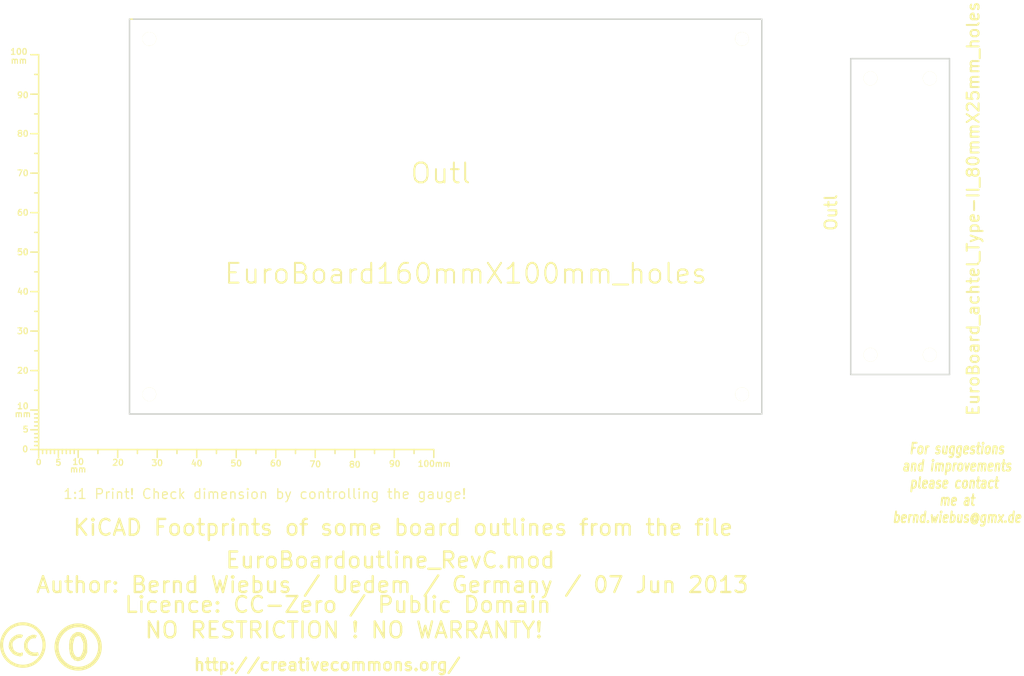
<source format=kicad_pcb>
(kicad_pcb (version 3) (host pcbnew "(2013-03-30 BZR 4007)-stable")

  (general
    (links 0)
    (no_connects 0)
    (area -16.90696 9.779577 274.02378 197.1694)
    (thickness 1.6002)
    (drawings 7)
    (tracks 0)
    (zones 0)
    (modules 5)
    (nets 1)
  )

  (page A4)
  (layers
    (15 Vorderseite signal)
    (0 Rückseite signal)
    (16 B.Adhes user)
    (17 F.Adhes user)
    (18 B.Paste user)
    (19 F.Paste user)
    (20 B.SilkS user)
    (21 F.SilkS user)
    (22 B.Mask user)
    (23 F.Mask user)
    (24 Dwgs.User user)
    (25 Cmts.User user)
    (26 Eco1.User user)
    (27 Eco2.User user)
    (28 Edge.Cuts user)
  )

  (setup
    (last_trace_width 0.2032)
    (trace_clearance 0.254)
    (zone_clearance 0.508)
    (zone_45_only no)
    (trace_min 0.2032)
    (segment_width 0.381)
    (edge_width 0.381)
    (via_size 0.889)
    (via_drill 0.635)
    (via_min_size 0.889)
    (via_min_drill 0.508)
    (uvia_size 0.508)
    (uvia_drill 0.127)
    (uvias_allowed no)
    (uvia_min_size 0.508)
    (uvia_min_drill 0.127)
    (pcb_text_width 0.3048)
    (pcb_text_size 1.524 2.032)
    (mod_edge_width 0.381)
    (mod_text_size 1.524 1.524)
    (mod_text_width 0.3048)
    (pad_size 3.50012 3.50012)
    (pad_drill 3.50012)
    (pad_to_mask_clearance 0.254)
    (aux_axis_origin 0 0)
    (visible_elements 7FFFFFFF)
    (pcbplotparams
      (layerselection 3178497)
      (usegerberextensions true)
      (excludeedgelayer true)
      (linewidth 60)
      (plotframeref false)
      (viasonmask false)
      (mode 1)
      (useauxorigin false)
      (hpglpennumber 1)
      (hpglpenspeed 20)
      (hpglpendiameter 15)
      (hpglpenoverlay 0)
      (psnegative false)
      (psa4output false)
      (plotreference true)
      (plotvalue true)
      (plotothertext true)
      (plotinvisibletext false)
      (padsonsilk false)
      (subtractmaskfromsilk false)
      (outputformat 1)
      (mirror false)
      (drillshape 1)
      (scaleselection 1)
      (outputdirectory ""))
  )

  (net 0 "")

  (net_class Default "Dies ist die voreingestellte Netzklasse."
    (clearance 0.254)
    (trace_width 0.2032)
    (via_dia 0.889)
    (via_drill 0.635)
    (uvia_dia 0.508)
    (uvia_drill 0.127)
    (add_net "")
  )

  (module EuroBoard_achtel_Type-II_80mmX25mm_holes (layer Vorderseite) (tedit 51B19DD4) (tstamp 51AE1CB6)
    (at 255.5 119 90)
    (descr "Outline, Eurocard 1/8, Type II,  80x25mm, with holes 3,5mm,")
    (tags "Outline, Eurocard 1/8, Type I, 80x25mm, with holes 3,5mm,")
    (fp_text reference Outl (at 41.00068 -29.99994 90) (layer F.SilkS)
      (effects (font (size 2.99974 2.99974) (thickness 0.50038)))
    )
    (fp_text value EuroBoard_achtel_Type-II_80mmX25mm_holes (at 41.9989 5.99948 90) (layer F.SilkS)
      (effects (font (size 3.00228 3.00228) (thickness 0.50038)))
    )
    (fp_line (start 0 0) (end 79.99984 0) (layer Edge.Cuts) (width 0.381))
    (fp_line (start 79.99984 0) (end 79.99984 -25.00122) (layer Edge.Cuts) (width 0.381))
    (fp_line (start 79.99984 -25.00122) (end 0 -25.00122) (layer Edge.Cuts) (width 0.381))
    (fp_line (start 0 -25.00122) (end 0 0) (layer Edge.Cuts) (width 0.381))
    (pad "" np_thru_hole circle (at 5.00126 -5.00126 90) (size 3.50012 3.50012) (drill 3.50012)
      (layers *.Cu *.Mask F.SilkS)
    )
    (pad "" np_thru_hole circle (at 5.00126 -19.99996 90) (size 3.50012 3.50012) (drill 3.50012)
      (layers *.Cu *.Mask F.SilkS)
    )
    (pad "" np_thru_hole circle (at 75.00112 -19.99996 90) (size 3.50012 3.50012) (drill 3.50012)
      (layers *.Cu *.Mask F.SilkS)
    )
    (pad "" np_thru_hole circle (at 75.00112 -5.00126 90) (size 3.50012 3.50012) (drill 3.50012)
      (layers *.Cu *.Mask F.SilkS)
    )
  )

  (module EuroBoard160mmX100mm_holes (layer Vorderseite) (tedit 51B19D12) (tstamp 51AE1BE3)
    (at 48 129)
    (descr "Outline, Eurocard, 100x160mm, with holes 3,5mm,")
    (tags "Outline, Eurocard, 100x160mm, with holes 3,5mm,")
    (fp_text reference Outl (at 78.74 -60.96) (layer F.SilkS)
      (effects (font (size 5.00126 5.00126) (thickness 0.50038)))
    )
    (fp_text value EuroBoard160mmX100mm_holes (at 85.09 -35.56) (layer F.SilkS)
      (effects (font (size 5.00126 5.00126) (thickness 0.50038)))
    )
    (fp_line (start 1.00076 -99.9998) (end 0 -99.9998) (layer F.SilkS) (width 0.381))
    (fp_line (start 0 -99.9998) (end 0 0) (layer Edge.Cuts) (width 0.381))
    (fp_line (start 0 0) (end 159.99968 0) (layer Edge.Cuts) (width 0.381))
    (fp_line (start 159.99968 0) (end 159.99968 -99.9998) (layer Edge.Cuts) (width 0.381))
    (fp_line (start 159.99968 -99.9998) (end 1.00076 -99.9998) (layer Edge.Cuts) (width 0.381))
    (pad "" np_thru_hole circle (at 5.00126 -95.00108) (size 3.50012 3.50012) (drill 3.50012)
      (layers *.Cu *.Mask F.SilkS)
    )
    (pad "" np_thru_hole circle (at 155.00096 -95.00108) (size 3.50012 3.50012) (drill 3.50012)
      (layers *.Cu *.Mask F.SilkS)
    )
    (pad "" np_thru_hole circle (at 155.00096 -5.00126) (size 3.50012 3.50012) (drill 3.50012)
      (layers *.Cu *.Mask F.SilkS)
    )
    (pad "" np_thru_hole circle (at 5.00126 -5.00126) (size 3.50012 3.50012) (drill 3.50012)
      (layers *.Cu *.Mask F.SilkS)
    )
  )

  (module Gauge_100mm_Type2_SilkScreenTop_RevA_Date22Jun2010 (layer Vorderseite) (tedit 4D963937) (tstamp 4D88F07A)
    (at 25 138)
    (descr "Gauge, Massstab, 100mm, SilkScreenTop, Type 2,")
    (tags "Gauge, Massstab, 100mm, SilkScreenTop, Type 2,")
    (path Gauge_100mm_Type2_SilkScreenTop_RevA_Date22Jun2010)
    (fp_text reference MSC (at 4.0005 8.99922) (layer F.SilkS) hide
      (effects (font (size 1.524 1.524) (thickness 0.3048)))
    )
    (fp_text value Gauge_100mm_Type2_SilkScreenTop_RevA_Date22Jun2010 (at 45.9994 8.99922) (layer F.SilkS) hide
      (effects (font (size 1.524 1.524) (thickness 0.3048)))
    )
    (fp_text user mm (at 9.99998 5.00126) (layer F.SilkS)
      (effects (font (size 1.524 1.524) (thickness 0.3048)))
    )
    (fp_text user mm (at -4.0005 -8.99922) (layer F.SilkS)
      (effects (font (size 1.524 1.524) (thickness 0.3048)))
    )
    (fp_text user mm (at -5.00126 -98.5012) (layer F.SilkS)
      (effects (font (size 1.524 1.524) (thickness 0.3048)))
    )
    (fp_text user 10 (at 10.00506 3.0988) (layer F.SilkS)
      (effects (font (size 1.50114 1.50114) (thickness 0.29972)))
    )
    (fp_text user 0 (at 0.00508 3.19786) (layer F.SilkS)
      (effects (font (size 1.39954 1.50114) (thickness 0.29972)))
    )
    (fp_text user 5 (at 5.0038 3.29946) (layer F.SilkS)
      (effects (font (size 1.50114 1.50114) (thickness 0.29972)))
    )
    (fp_text user 20 (at 20.1041 3.29946) (layer F.SilkS)
      (effects (font (size 1.50114 1.50114) (thickness 0.29972)))
    )
    (fp_text user 30 (at 30.00502 3.39852) (layer F.SilkS)
      (effects (font (size 1.50114 1.50114) (thickness 0.29972)))
    )
    (fp_text user 40 (at 40.005 3.50012) (layer F.SilkS)
      (effects (font (size 1.50114 1.50114) (thickness 0.29972)))
    )
    (fp_text user 50 (at 50.00498 3.50012) (layer F.SilkS)
      (effects (font (size 1.50114 1.50114) (thickness 0.29972)))
    )
    (fp_text user 60 (at 60.00496 3.50012) (layer F.SilkS)
      (effects (font (size 1.50114 1.50114) (thickness 0.29972)))
    )
    (fp_text user 70 (at 70.00494 3.70078) (layer F.SilkS)
      (effects (font (size 1.50114 1.50114) (thickness 0.29972)))
    )
    (fp_text user 80 (at 80.00492 3.79984) (layer F.SilkS)
      (effects (font (size 1.50114 1.50114) (thickness 0.29972)))
    )
    (fp_text user 90 (at 90.1065 3.60172) (layer F.SilkS)
      (effects (font (size 1.50114 1.50114) (thickness 0.29972)))
    )
    (fp_text user 100mm (at 100.10648 3.60172) (layer F.SilkS)
      (effects (font (size 1.50114 1.50114) (thickness 0.29972)))
    )
    (fp_line (start 0 -8.99922) (end -1.00076 -8.99922) (layer F.SilkS) (width 0.381))
    (fp_line (start 0 -8.001) (end -1.00076 -8.001) (layer F.SilkS) (width 0.381))
    (fp_line (start 0 -7.00024) (end -1.00076 -7.00024) (layer F.SilkS) (width 0.381))
    (fp_line (start 0 -5.99948) (end -1.00076 -5.99948) (layer F.SilkS) (width 0.381))
    (fp_line (start 0 -4.0005) (end -1.00076 -4.0005) (layer F.SilkS) (width 0.381))
    (fp_line (start 0 -2.99974) (end -1.00076 -2.99974) (layer F.SilkS) (width 0.381))
    (fp_line (start 0 -1.99898) (end -1.00076 -1.99898) (layer F.SilkS) (width 0.381))
    (fp_line (start 0 -1.00076) (end -1.00076 -1.00076) (layer F.SilkS) (width 0.381))
    (fp_line (start 0 0) (end -1.99898 0) (layer F.SilkS) (width 0.381))
    (fp_line (start 0 -5.00126) (end -1.99898 -5.00126) (layer F.SilkS) (width 0.381))
    (fp_line (start 0 -9.99998) (end -1.99898 -9.99998) (layer F.SilkS) (width 0.381))
    (fp_line (start 0 -15.00124) (end -1.00076 -15.00124) (layer F.SilkS) (width 0.381))
    (fp_line (start 0 -19.99996) (end -1.99898 -19.99996) (layer F.SilkS) (width 0.381))
    (fp_line (start 0 -25.00122) (end -1.00076 -25.00122) (layer F.SilkS) (width 0.381))
    (fp_line (start 0 -29.99994) (end -1.99898 -29.99994) (layer F.SilkS) (width 0.381))
    (fp_line (start 0 -35.0012) (end -1.00076 -35.0012) (layer F.SilkS) (width 0.381))
    (fp_line (start 0 -39.99992) (end -1.99898 -39.99992) (layer F.SilkS) (width 0.381))
    (fp_line (start 0 -45.00118) (end -1.00076 -45.00118) (layer F.SilkS) (width 0.381))
    (fp_line (start 0 -49.9999) (end -1.99898 -49.9999) (layer F.SilkS) (width 0.381))
    (fp_line (start 0 -55.00116) (end -1.00076 -55.00116) (layer F.SilkS) (width 0.381))
    (fp_line (start 0 -59.99988) (end -1.99898 -59.99988) (layer F.SilkS) (width 0.381))
    (fp_line (start 0 -65.00114) (end -1.00076 -65.00114) (layer F.SilkS) (width 0.381))
    (fp_line (start 0 -69.99986) (end -1.99898 -69.99986) (layer F.SilkS) (width 0.381))
    (fp_line (start 0 -75.00112) (end -1.00076 -75.00112) (layer F.SilkS) (width 0.381))
    (fp_line (start 0 -79.99984) (end -1.99898 -79.99984) (layer F.SilkS) (width 0.381))
    (fp_line (start 0 -85.0011) (end -1.00076 -85.0011) (layer F.SilkS) (width 0.381))
    (fp_line (start 0 -89.99982) (end -1.99898 -89.99982) (layer F.SilkS) (width 0.381))
    (fp_line (start 0 -95.00108) (end -1.00076 -95.00108) (layer F.SilkS) (width 0.381))
    (fp_line (start 0 0) (end 0 -99.9998) (layer F.SilkS) (width 0.381))
    (fp_line (start 0 -99.9998) (end -1.99898 -99.9998) (layer F.SilkS) (width 0.381))
    (fp_text user 100 (at -4.99872 -100.7491) (layer F.SilkS)
      (effects (font (size 1.50114 1.50114) (thickness 0.29972)))
    )
    (fp_text user 90 (at -4.0005 -89.7509) (layer F.SilkS)
      (effects (font (size 1.50114 1.50114) (thickness 0.29972)))
    )
    (fp_text user 80 (at -4.0005 -79.99984) (layer F.SilkS)
      (effects (font (size 1.50114 1.50114) (thickness 0.29972)))
    )
    (fp_text user 70 (at -4.0005 -69.99986) (layer F.SilkS)
      (effects (font (size 1.50114 1.50114) (thickness 0.29972)))
    )
    (fp_text user 60 (at -4.0005 -59.99988) (layer F.SilkS)
      (effects (font (size 1.50114 1.50114) (thickness 0.29972)))
    )
    (fp_text user 50 (at -4.0005 -49.9999) (layer F.SilkS)
      (effects (font (size 1.50114 1.50114) (thickness 0.34036)))
    )
    (fp_text user 40 (at -4.0005 -39.99992) (layer F.SilkS)
      (effects (font (size 1.50114 1.50114) (thickness 0.29972)))
    )
    (fp_text user 30 (at -4.0005 -29.99994) (layer F.SilkS)
      (effects (font (size 1.50114 1.50114) (thickness 0.29972)))
    )
    (fp_text user 20 (at -4.0005 -19.99996) (layer F.SilkS)
      (effects (font (size 1.50114 1.50114) (thickness 0.29972)))
    )
    (fp_line (start 95.00108 0) (end 95.00108 1.00076) (layer F.SilkS) (width 0.381))
    (fp_line (start 89.99982 0) (end 89.99982 1.99898) (layer F.SilkS) (width 0.381))
    (fp_line (start 85.0011 0) (end 85.0011 1.00076) (layer F.SilkS) (width 0.381))
    (fp_line (start 79.99984 0) (end 79.99984 1.99898) (layer F.SilkS) (width 0.381))
    (fp_line (start 75.00112 0) (end 75.00112 1.00076) (layer F.SilkS) (width 0.381))
    (fp_line (start 69.99986 0) (end 69.99986 1.99898) (layer F.SilkS) (width 0.381))
    (fp_line (start 65.00114 0) (end 65.00114 1.00076) (layer F.SilkS) (width 0.381))
    (fp_line (start 59.99988 0) (end 59.99988 1.99898) (layer F.SilkS) (width 0.381))
    (fp_line (start 55.00116 0) (end 55.00116 1.00076) (layer F.SilkS) (width 0.381))
    (fp_line (start 49.9999 0) (end 49.9999 1.99898) (layer F.SilkS) (width 0.381))
    (fp_line (start 45.00118 0) (end 45.00118 1.00076) (layer F.SilkS) (width 0.381))
    (fp_line (start 39.99992 0) (end 39.99992 1.99898) (layer F.SilkS) (width 0.381))
    (fp_line (start 35.0012 0) (end 35.0012 1.00076) (layer F.SilkS) (width 0.381))
    (fp_line (start 29.99994 0) (end 29.99994 1.99898) (layer F.SilkS) (width 0.381))
    (fp_line (start 25.00122 0) (end 25.00122 1.00076) (layer F.SilkS) (width 0.381))
    (fp_line (start 19.99996 0) (end 19.99996 1.99898) (layer F.SilkS) (width 0.381))
    (fp_line (start 15.00124 0) (end 15.00124 1.00076) (layer F.SilkS) (width 0.381))
    (fp_line (start 9.99998 0) (end 99.9998 0) (layer F.SilkS) (width 0.381))
    (fp_line (start 99.9998 0) (end 99.9998 1.99898) (layer F.SilkS) (width 0.381))
    (fp_text user 5 (at -3.302 -5.10286) (layer F.SilkS)
      (effects (font (size 1.50114 1.50114) (thickness 0.29972)))
    )
    (fp_text user 0 (at -3.4036 -0.10414) (layer F.SilkS)
      (effects (font (size 1.50114 1.50114) (thickness 0.29972)))
    )
    (fp_text user 10 (at -4.0005 -11.00074) (layer F.SilkS)
      (effects (font (size 1.50114 1.50114) (thickness 0.29972)))
    )
    (fp_line (start 8.99922 0) (end 8.99922 1.00076) (layer F.SilkS) (width 0.381))
    (fp_line (start 8.001 0) (end 8.001 1.00076) (layer F.SilkS) (width 0.381))
    (fp_line (start 7.00024 0) (end 7.00024 1.00076) (layer F.SilkS) (width 0.381))
    (fp_line (start 5.99948 0) (end 5.99948 1.00076) (layer F.SilkS) (width 0.381))
    (fp_line (start 4.0005 0) (end 4.0005 1.00076) (layer F.SilkS) (width 0.381))
    (fp_line (start 2.99974 0) (end 2.99974 1.00076) (layer F.SilkS) (width 0.381))
    (fp_line (start 1.99898 0) (end 1.99898 1.00076) (layer F.SilkS) (width 0.381))
    (fp_line (start 1.00076 0) (end 1.00076 1.00076) (layer F.SilkS) (width 0.381))
    (fp_line (start 5.00126 0) (end 5.00126 1.99898) (layer F.SilkS) (width 0.381))
    (fp_line (start 0 0) (end 0 1.99898) (layer F.SilkS) (width 0.381))
    (fp_line (start 0 0) (end 9.99998 0) (layer F.SilkS) (width 0.381))
    (fp_line (start 9.99998 0) (end 9.99998 1.99898) (layer F.SilkS) (width 0.381))
  )

  (module Symbol_CC-PublicDomain_SilkScreenTop_Big (layer Vorderseite) (tedit 515D641F) (tstamp 515F0B64)
    (at 35 188)
    (descr "Symbol, CC-PublicDomain, SilkScreen Top, Big,")
    (tags "Symbol, CC-PublicDomain, SilkScreen Top, Big,")
    (path Symbol_CC-Noncommercial_CopperTop_Big)
    (fp_text reference Sym (at 0.59944 -7.29996) (layer F.SilkS) hide
      (effects (font (size 1.524 1.524) (thickness 0.3048)))
    )
    (fp_text value Symbol_CC-PublicDomain_SilkScreenTop_Big (at 0.59944 8.001) (layer F.SilkS) hide
      (effects (font (size 1.524 1.524) (thickness 0.3048)))
    )
    (fp_circle (center 0 0) (end 5.8 -0.05) (layer F.SilkS) (width 0.381))
    (fp_circle (center 0 0) (end 5.5 0) (layer F.SilkS) (width 0.381))
    (fp_circle (center 0.05 0) (end 5.25 0) (layer F.SilkS) (width 0.381))
    (fp_line (start 1.1 -2.5) (end 1.4 -1.9) (layer F.SilkS) (width 0.381))
    (fp_line (start -1.8 1.2) (end -1.6 1.9) (layer F.SilkS) (width 0.381))
    (fp_line (start -1.6 1.9) (end -1.2 2.5) (layer F.SilkS) (width 0.381))
    (fp_line (start 0 -3) (end 0.75 -2.75) (layer F.SilkS) (width 0.381))
    (fp_line (start 0.75 -2.75) (end 1 -2.25) (layer F.SilkS) (width 0.381))
    (fp_line (start 1 -2.25) (end 1.5 -1) (layer F.SilkS) (width 0.381))
    (fp_line (start 1.5 -1) (end 1.5 -0.5) (layer F.SilkS) (width 0.381))
    (fp_line (start 1.5 -0.5) (end 1.5 0.5) (layer F.SilkS) (width 0.381))
    (fp_line (start 1.5 0.5) (end 1.25 1.5) (layer F.SilkS) (width 0.381))
    (fp_line (start 1.25 1.5) (end 0.75 2.5) (layer F.SilkS) (width 0.381))
    (fp_line (start 0.75 2.5) (end 0.25 2.75) (layer F.SilkS) (width 0.381))
    (fp_line (start 0.25 2.75) (end -0.25 2.75) (layer F.SilkS) (width 0.381))
    (fp_line (start -0.25 2.75) (end -0.75 2.5) (layer F.SilkS) (width 0.381))
    (fp_line (start -0.75 2.5) (end -1.25 1.75) (layer F.SilkS) (width 0.381))
    (fp_line (start -1.25 1.75) (end -1.5 0.75) (layer F.SilkS) (width 0.381))
    (fp_line (start -1.5 0.75) (end -1.5 -0.75) (layer F.SilkS) (width 0.381))
    (fp_line (start -1.5 -0.75) (end -1.25 -1.75) (layer F.SilkS) (width 0.381))
    (fp_line (start -1.25 -1.75) (end -1 -2.5) (layer F.SilkS) (width 0.381))
    (fp_line (start -1 -2.5) (end -0.3 -2.9) (layer F.SilkS) (width 0.381))
    (fp_line (start -0.3 -2.9) (end 0.2 -3) (layer F.SilkS) (width 0.381))
    (fp_line (start 0.2 -3) (end 0.8 -3) (layer F.SilkS) (width 0.381))
    (fp_line (start 0.8 -3) (end 1.4 -2.3) (layer F.SilkS) (width 0.381))
    (fp_line (start 1.4 -2.3) (end 1.6 -1.4) (layer F.SilkS) (width 0.381))
    (fp_line (start 1.6 -1.4) (end 1.7 -0.3) (layer F.SilkS) (width 0.381))
    (fp_line (start 1.7 -0.3) (end 1.7 0.9) (layer F.SilkS) (width 0.381))
    (fp_line (start 1.7 0.9) (end 1.4 1.8) (layer F.SilkS) (width 0.381))
    (fp_line (start 1.4 1.8) (end 1 2.7) (layer F.SilkS) (width 0.381))
    (fp_line (start 1 2.7) (end 0.5 3) (layer F.SilkS) (width 0.381))
    (fp_line (start 0.5 3) (end -0.4 3) (layer F.SilkS) (width 0.381))
    (fp_line (start -0.4 3) (end -1.3 2.3) (layer F.SilkS) (width 0.381))
    (fp_line (start -1.3 2.3) (end -1.7 1) (layer F.SilkS) (width 0.381))
    (fp_line (start -1.7 1) (end -1.8 -0.7) (layer F.SilkS) (width 0.381))
    (fp_line (start -1.8 -0.7) (end -1.4 -2.2) (layer F.SilkS) (width 0.381))
    (fp_line (start -1.4 -2.2) (end -1 -2.9) (layer F.SilkS) (width 0.381))
    (fp_line (start -1 -2.9) (end -0.2 -3.3) (layer F.SilkS) (width 0.381))
    (fp_line (start -0.2 -3.3) (end 0.7 -3.2) (layer F.SilkS) (width 0.381))
    (fp_line (start 0.7 -3.2) (end 1.3 -3.1) (layer F.SilkS) (width 0.381))
    (fp_line (start 1.3 -3.1) (end 1.7 -2.4) (layer F.SilkS) (width 0.381))
    (fp_line (start 1.7 -2.4) (end 2 -1.6) (layer F.SilkS) (width 0.381))
    (fp_line (start 2 -1.6) (end 2.1 -0.6) (layer F.SilkS) (width 0.381))
    (fp_line (start 2.1 -0.6) (end 2.1 0.3) (layer F.SilkS) (width 0.381))
    (fp_line (start 2.1 0.3) (end 2.1 1.3) (layer F.SilkS) (width 0.381))
    (fp_line (start 2.1 1.3) (end 1.9 1.8) (layer F.SilkS) (width 0.381))
    (fp_line (start 1.9 1.8) (end 1.5 2.6) (layer F.SilkS) (width 0.381))
    (fp_line (start 1.5 2.6) (end 1.1 3) (layer F.SilkS) (width 0.381))
    (fp_line (start 1.1 3) (end 0.4 3.3) (layer F.SilkS) (width 0.381))
    (fp_line (start 0.4 3.3) (end -0.1 3.4) (layer F.SilkS) (width 0.381))
    (fp_line (start -0.1 3.4) (end -0.8 3.2) (layer F.SilkS) (width 0.381))
    (fp_line (start -0.8 3.2) (end -1.5 2.6) (layer F.SilkS) (width 0.381))
    (fp_line (start -1.5 2.6) (end -1.9 1.7) (layer F.SilkS) (width 0.381))
    (fp_line (start -1.9 1.7) (end -2.1 0.4) (layer F.SilkS) (width 0.381))
    (fp_line (start -2.1 0.4) (end -2.1 -0.6) (layer F.SilkS) (width 0.381))
    (fp_line (start -2.1 -0.6) (end -2 -1.6) (layer F.SilkS) (width 0.381))
    (fp_line (start -2 -1.6) (end -1.7 -2.4) (layer F.SilkS) (width 0.381))
    (fp_line (start -1.7 -2.4) (end -1.2 -3.1) (layer F.SilkS) (width 0.381))
    (fp_line (start -1.2 -3.1) (end -0.4 -3.6) (layer F.SilkS) (width 0.381))
    (fp_line (start -0.4 -3.6) (end 0.4 -3.6) (layer F.SilkS) (width 0.381))
    (fp_line (start 0.4 -3.6) (end 1.1 -3.2) (layer F.SilkS) (width 0.381))
    (fp_line (start 1.1 -3.2) (end 1.1 -2.9) (layer F.SilkS) (width 0.381))
    (fp_line (start 1.1 -2.9) (end 1.8 -1.5) (layer F.SilkS) (width 0.381))
    (fp_line (start 1.8 -1.5) (end 1.8 -0.4) (layer F.SilkS) (width 0.381))
    (fp_line (start 1.8 -0.4) (end 1.8 1.1) (layer F.SilkS) (width 0.381))
    (fp_line (start 1.8 1.1) (end 1.2 2.6) (layer F.SilkS) (width 0.381))
    (fp_line (start 1.2 2.6) (end 0.2 3.2) (layer F.SilkS) (width 0.381))
    (fp_line (start 0.2 3.2) (end -0.5 3.2) (layer F.SilkS) (width 0.381))
    (fp_line (start -0.5 3.2) (end -1.1 2.7) (layer F.SilkS) (width 0.381))
    (fp_line (start -1.1 2.7) (end -1.9 0.6) (layer F.SilkS) (width 0.381))
    (fp_line (start -1.9 0.6) (end -1.7 -1.9) (layer F.SilkS) (width 0.381))
  )

  (module Symbol_CreativeCommons_SilkScreenTop_Type2_Big (layer Vorderseite) (tedit 515D640C) (tstamp 515F46B2)
    (at 21 187.5)
    (descr "Symbol, Creative Commons, SilkScreen Top, Type 2, Big,")
    (tags "Symbol, Creative Commons, SilkScreen Top, Type 2, Big,")
    (path Symbol_CreativeCommons_CopperTop_Type2_Big)
    (fp_text reference Sym (at 0.59944 -7.29996) (layer F.SilkS) hide
      (effects (font (size 1.524 1.524) (thickness 0.3048)))
    )
    (fp_text value Symbol_CreativeCommons_Typ2_SilkScreenTop_Big (at 0.59944 8.001) (layer F.SilkS) hide
      (effects (font (size 1.524 1.524) (thickness 0.3048)))
    )
    (fp_line (start -0.70104 2.70002) (end -0.29972 2.60096) (layer F.SilkS) (width 0.381))
    (fp_line (start -0.29972 2.60096) (end -0.20066 2.10058) (layer F.SilkS) (width 0.381))
    (fp_line (start -2.49936 -1.69926) (end -2.70002 -1.6002) (layer F.SilkS) (width 0.381))
    (fp_line (start -2.70002 -1.6002) (end -3.0988 -1.00076) (layer F.SilkS) (width 0.381))
    (fp_line (start -3.0988 -1.00076) (end -3.29946 -0.50038) (layer F.SilkS) (width 0.381))
    (fp_line (start -3.29946 -0.50038) (end -3.40106 0.39878) (layer F.SilkS) (width 0.381))
    (fp_line (start -3.40106 0.39878) (end -3.29946 0.89916) (layer F.SilkS) (width 0.381))
    (fp_line (start -0.19812 2.4003) (end -0.29718 2.59842) (layer F.SilkS) (width 0.381))
    (fp_line (start 3.70078 2.10058) (end 3.79984 2.4003) (layer F.SilkS) (width 0.381))
    (fp_line (start 2.99974 -2.4003) (end 3.29946 -2.30124) (layer F.SilkS) (width 0.381))
    (fp_line (start 3.29946 -2.30124) (end 3.0988 -1.99898) (layer F.SilkS) (width 0.381))
    (fp_line (start 0 -5.40004) (end -0.50038 -5.40004) (layer F.SilkS) (width 0.381))
    (fp_line (start -0.50038 -5.40004) (end -1.30048 -5.10032) (layer F.SilkS) (width 0.381))
    (fp_line (start -1.30048 -5.10032) (end -1.99898 -4.89966) (layer F.SilkS) (width 0.381))
    (fp_line (start -1.99898 -4.89966) (end -2.70002 -4.699) (layer F.SilkS) (width 0.381))
    (fp_line (start -2.70002 -4.699) (end -3.29946 -4.20116) (layer F.SilkS) (width 0.381))
    (fp_line (start -3.29946 -4.20116) (end -4.0005 -3.59918) (layer F.SilkS) (width 0.381))
    (fp_line (start -4.0005 -3.59918) (end -4.50088 -2.99974) (layer F.SilkS) (width 0.381))
    (fp_line (start -4.50088 -2.99974) (end -5.00126 -2.10058) (layer F.SilkS) (width 0.381))
    (fp_line (start -5.00126 -2.10058) (end -5.30098 -1.09982) (layer F.SilkS) (width 0.381))
    (fp_line (start -5.30098 -1.09982) (end -5.40004 0.09906) (layer F.SilkS) (width 0.381))
    (fp_line (start -5.40004 0.09906) (end -5.19938 1.30048) (layer F.SilkS) (width 0.381))
    (fp_line (start -5.19938 1.30048) (end -4.8006 2.4003) (layer F.SilkS) (width 0.381))
    (fp_line (start -4.8006 2.4003) (end -3.79984 3.8989) (layer F.SilkS) (width 0.381))
    (fp_line (start -3.79984 3.8989) (end -2.60096 4.8006) (layer F.SilkS) (width 0.381))
    (fp_line (start -2.60096 4.8006) (end -1.30048 5.30098) (layer F.SilkS) (width 0.381))
    (fp_line (start -1.30048 5.30098) (end 0.09906 5.30098) (layer F.SilkS) (width 0.381))
    (fp_line (start 0.09906 5.30098) (end 1.6002 5.19938) (layer F.SilkS) (width 0.381))
    (fp_line (start 1.6002 5.19938) (end 2.60096 4.699) (layer F.SilkS) (width 0.381))
    (fp_line (start 2.60096 4.699) (end 4.20116 3.40106) (layer F.SilkS) (width 0.381))
    (fp_line (start 4.20116 3.40106) (end 5.00126 1.80086) (layer F.SilkS) (width 0.381))
    (fp_line (start 5.00126 1.80086) (end 5.40004 0.29972) (layer F.SilkS) (width 0.381))
    (fp_line (start 5.40004 0.29972) (end 5.19938 -1.39954) (layer F.SilkS) (width 0.381))
    (fp_line (start 5.19938 -1.39954) (end 4.699 -2.49936) (layer F.SilkS) (width 0.381))
    (fp_line (start 4.699 -2.49936) (end 3.40106 -4.09956) (layer F.SilkS) (width 0.381))
    (fp_line (start 3.40106 -4.09956) (end 2.4003 -4.8006) (layer F.SilkS) (width 0.381))
    (fp_line (start 2.4003 -4.8006) (end 1.39954 -5.19938) (layer F.SilkS) (width 0.381))
    (fp_line (start 1.39954 -5.19938) (end 0 -5.30098) (layer F.SilkS) (width 0.381))
    (fp_line (start 0.60198 -0.70104) (end 0.50292 -0.20066) (layer F.SilkS) (width 0.381))
    (fp_line (start 0.50292 -0.20066) (end 0.50292 0.49784) (layer F.SilkS) (width 0.381))
    (fp_line (start 0.50292 0.49784) (end 0.60198 1.09982) (layer F.SilkS) (width 0.381))
    (fp_line (start 0.60198 1.09982) (end 1.00076 1.69926) (layer F.SilkS) (width 0.381))
    (fp_line (start 1.00076 1.69926) (end 1.50114 2.19964) (layer F.SilkS) (width 0.381))
    (fp_line (start 1.50114 2.19964) (end 2.10058 2.49936) (layer F.SilkS) (width 0.381))
    (fp_line (start 2.10058 2.49936) (end 2.60096 2.59842) (layer F.SilkS) (width 0.381))
    (fp_line (start 2.60096 2.59842) (end 3.00228 2.59842) (layer F.SilkS) (width 0.381))
    (fp_line (start 3.00228 2.59842) (end 3.40106 2.59842) (layer F.SilkS) (width 0.381))
    (fp_line (start 3.40106 2.59842) (end 3.80238 2.49936) (layer F.SilkS) (width 0.381))
    (fp_line (start 3.80238 2.49936) (end 3.70078 2.2987) (layer F.SilkS) (width 0.381))
    (fp_line (start 3.70078 2.2987) (end 2.80162 2.4003) (layer F.SilkS) (width 0.381))
    (fp_line (start 2.80162 2.4003) (end 1.80086 2.09804) (layer F.SilkS) (width 0.381))
    (fp_line (start 1.80086 2.09804) (end 1.20142 1.6002) (layer F.SilkS) (width 0.381))
    (fp_line (start 1.20142 1.6002) (end 0.80264 0.6985) (layer F.SilkS) (width 0.381))
    (fp_line (start 0.80264 0.6985) (end 0.70104 -0.29972) (layer F.SilkS) (width 0.381))
    (fp_line (start 0.70104 -0.29972) (end 1.00076 -1.00076) (layer F.SilkS) (width 0.381))
    (fp_line (start 1.00076 -1.00076) (end 1.60274 -1.7018) (layer F.SilkS) (width 0.381))
    (fp_line (start 1.60274 -1.7018) (end 2.30124 -2.10058) (layer F.SilkS) (width 0.381))
    (fp_line (start 2.30124 -2.10058) (end 3.00228 -2.10058) (layer F.SilkS) (width 0.381))
    (fp_line (start 3.00228 -2.10058) (end 3.10134 -1.89992) (layer F.SilkS) (width 0.381))
    (fp_line (start 3.10134 -1.89992) (end 2.5019 -1.89992) (layer F.SilkS) (width 0.381))
    (fp_line (start 2.5019 -1.89992) (end 1.80086 -1.6002) (layer F.SilkS) (width 0.381))
    (fp_line (start 1.80086 -1.6002) (end 1.30048 -1.00076) (layer F.SilkS) (width 0.381))
    (fp_line (start 1.30048 -1.00076) (end 1.00076 -0.40132) (layer F.SilkS) (width 0.381))
    (fp_line (start 1.00076 -0.40132) (end 1.00076 0.09906) (layer F.SilkS) (width 0.381))
    (fp_line (start 1.00076 0.09906) (end 1.00076 0.6985) (layer F.SilkS) (width 0.381))
    (fp_line (start 1.00076 0.6985) (end 1.30048 1.19888) (layer F.SilkS) (width 0.381))
    (fp_line (start 1.30048 1.19888) (end 1.7018 1.69926) (layer F.SilkS) (width 0.381))
    (fp_line (start 1.7018 1.69926) (end 2.30124 1.99898) (layer F.SilkS) (width 0.381))
    (fp_line (start 2.30124 1.99898) (end 2.90068 2.09804) (layer F.SilkS) (width 0.381))
    (fp_line (start 2.90068 2.09804) (end 3.40106 2.09804) (layer F.SilkS) (width 0.381))
    (fp_line (start 3.40106 2.09804) (end 3.70078 1.99898) (layer F.SilkS) (width 0.381))
    (fp_line (start 3.00228 -2.4003) (end 2.40284 -2.4003) (layer F.SilkS) (width 0.381))
    (fp_line (start 2.40284 -2.4003) (end 2.00152 -2.20218) (layer F.SilkS) (width 0.381))
    (fp_line (start 2.00152 -2.20218) (end 1.50114 -2.00152) (layer F.SilkS) (width 0.381))
    (fp_line (start 1.50114 -2.00152) (end 1.10236 -1.6002) (layer F.SilkS) (width 0.381))
    (fp_line (start 1.10236 -1.6002) (end 0.80264 -1.09982) (layer F.SilkS) (width 0.381))
    (fp_line (start 0.80264 -1.09982) (end 0.60198 -0.70104) (layer F.SilkS) (width 0.381))
    (fp_line (start -0.39878 -1.99898) (end -0.89916 -1.99898) (layer F.SilkS) (width 0.381))
    (fp_line (start -0.89916 -1.99898) (end -1.39954 -1.89738) (layer F.SilkS) (width 0.381))
    (fp_line (start -1.39954 -1.89738) (end -1.89992 -1.59766) (layer F.SilkS) (width 0.381))
    (fp_line (start -1.89992 -1.59766) (end -2.4003 -1.19888) (layer F.SilkS) (width 0.381))
    (fp_line (start -2.4003 -1.30048) (end -2.70002 -0.8001) (layer F.SilkS) (width 0.381))
    (fp_line (start -2.70002 -0.8001) (end -2.79908 -0.29972) (layer F.SilkS) (width 0.381))
    (fp_line (start -2.79908 -0.29972) (end -2.79908 0.20066) (layer F.SilkS) (width 0.381))
    (fp_line (start -2.79908 0.20066) (end -2.59842 1.00076) (layer F.SilkS) (width 0.381))
    (fp_line (start -2.69748 1.00076) (end -2.39776 1.39954) (layer F.SilkS) (width 0.381))
    (fp_line (start -2.29616 1.4986) (end -1.79578 1.89992) (layer F.SilkS) (width 0.381))
    (fp_line (start -1.79578 1.89992) (end -1.29794 2.09804) (layer F.SilkS) (width 0.381))
    (fp_line (start -1.29794 2.09804) (end -0.89662 2.19964) (layer F.SilkS) (width 0.381))
    (fp_line (start -0.89662 2.19964) (end -0.49784 2.19964) (layer F.SilkS) (width 0.381))
    (fp_line (start -0.49784 2.19964) (end -0.19812 2.09804) (layer F.SilkS) (width 0.381))
    (fp_line (start -0.19812 2.09804) (end -0.29718 2.4003) (layer F.SilkS) (width 0.381))
    (fp_line (start -0.29718 2.4003) (end -0.89662 2.49936) (layer F.SilkS) (width 0.381))
    (fp_line (start -0.89662 2.49936) (end -1.59766 2.2987) (layer F.SilkS) (width 0.381))
    (fp_line (start -1.59766 2.2987) (end -2.29616 1.79832) (layer F.SilkS) (width 0.381))
    (fp_line (start -2.29616 1.79832) (end -2.79654 1.29794) (layer F.SilkS) (width 0.381))
    (fp_line (start -2.79908 1.39954) (end -2.99974 0.70104) (layer F.SilkS) (width 0.381))
    (fp_line (start -2.99974 0.70104) (end -3.0988 0) (layer F.SilkS) (width 0.381))
    (fp_line (start -3.0988 0) (end -2.99974 -0.59944) (layer F.SilkS) (width 0.381))
    (fp_line (start -2.99974 -0.8001) (end -2.70002 -1.30048) (layer F.SilkS) (width 0.381))
    (fp_line (start -2.70002 -1.09982) (end -2.19964 -1.6002) (layer F.SilkS) (width 0.381))
    (fp_line (start -2.19964 -1.69926) (end -1.69926 -1.99898) (layer F.SilkS) (width 0.381))
    (fp_line (start -1.69926 -1.99898) (end -1.19888 -2.19964) (layer F.SilkS) (width 0.381))
    (fp_line (start -1.19888 -2.19964) (end -0.6985 -2.19964) (layer F.SilkS) (width 0.381))
    (fp_line (start -0.6985 -2.19964) (end -0.29972 -2.19964) (layer F.SilkS) (width 0.381))
    (fp_line (start -0.29972 -2.19964) (end -0.20066 -2.39776) (layer F.SilkS) (width 0.381))
    (fp_line (start -0.20066 -2.39776) (end -0.59944 -2.49936) (layer F.SilkS) (width 0.381))
    (fp_line (start -0.59944 -2.49936) (end -1.00076 -2.49936) (layer F.SilkS) (width 0.381))
    (fp_line (start -1.00076 -2.49936) (end -1.4986 -2.39776) (layer F.SilkS) (width 0.381))
    (fp_line (start -1.4986 -2.39776) (end -2.10058 -2.09804) (layer F.SilkS) (width 0.381))
    (fp_line (start -2.10058 -2.09804) (end -2.59842 -1.69926) (layer F.SilkS) (width 0.381))
    (fp_line (start -2.59842 -1.6002) (end -3.0988 -0.89916) (layer F.SilkS) (width 0.381))
    (fp_line (start -3.0988 -0.89916) (end -3.29946 -0.29972) (layer F.SilkS) (width 0.381))
    (fp_line (start -3.29946 -0.29972) (end -3.29946 0.40132) (layer F.SilkS) (width 0.381))
    (fp_line (start -3.29946 0.40132) (end -3.2004 1.00076) (layer F.SilkS) (width 0.381))
    (fp_line (start -3.29946 0.8001) (end -2.99974 1.39954) (layer F.SilkS) (width 0.381))
    (fp_line (start -2.89814 1.4986) (end -2.49682 1.99898) (layer F.SilkS) (width 0.381))
    (fp_line (start -2.49682 1.99898) (end -1.89738 2.4003) (layer F.SilkS) (width 0.381))
    (fp_line (start -1.89738 2.4003) (end -1.19634 2.59842) (layer F.SilkS) (width 0.381))
    (fp_line (start -1.19634 2.59842) (end -0.69596 2.70002) (layer F.SilkS) (width 0.381))
    (fp_line (start -2.9972 1.19888) (end -2.59842 1.19888) (layer F.SilkS) (width 0.381))
    (fp_circle (center 0 0) (end 5.08 1.016) (layer F.SilkS) (width 0.381))
    (fp_circle (center 0 0) (end 5.588 0) (layer F.SilkS) (width 0.381))
  )

  (gr_text http://creativecommons.org/ (at 98 192.5) (layer F.SilkS)
    (effects (font (size 3 3) (thickness 0.6)))
  )
  (gr_text "For suggestions\nand improvements\nplease contact \nme at\nbernd.wiebus@gmx.de" (at 257.41884 146.4691) (layer F.SilkS)
    (effects (font (size 2.70002 1.99898) (thickness 0.50038) italic))
  )
  (gr_text "1:1 Print! Check dimension by controlling the gauge!" (at 82.24882 149.25014) (layer F.SilkS)
    (effects (font (size 2.49936 2.49936) (thickness 0.29972)))
  )
  (gr_text "Licence: CC-Zero / Public Domain \nNO RESTRICTION ! NO WARRANTY!" (at 102.2501 180.50064) (layer F.SilkS)
    (effects (font (size 4.0005 4.0005) (thickness 0.59944)))
  )
  (gr_text "Author: Bernd Wiebus / Uedem / Germany / 07 Jun 2013" (at 114.50012 172.24958) (layer F.SilkS)
    (effects (font (size 4.0005 4.0005) (thickness 0.59944)))
  )
  (gr_text EuroBoardoutline_RevC.mod (at 114.00028 165.9989) (layer F.SilkS)
    (effects (font (size 4.0005 4.0005) (thickness 0.59944)))
  )
  (gr_text "KiCAD Footprints of some board outlines from the file " (at 118.75008 157.74898) (layer F.SilkS)
    (effects (font (size 4.0005 4.0005) (thickness 0.59944)))
  )

)

</source>
